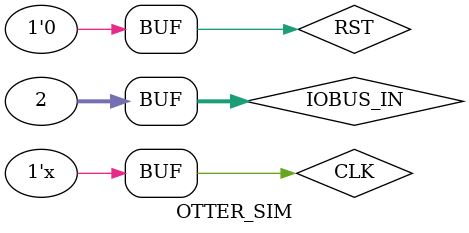
<source format=sv>
`timescale 1ns / 1ps


module OTTER_SIM();
    logic CLK;
    logic RST;
    logic IOBUS_WR;
    logic [31:0] IOBUS_IN;
    logic [31:0] IOBUS_OUT;
    logic [31:0] IOBUS_ADDR;
    
    OTTER_TOP UUT (
    .CLK(CLK),
    .RST(RST),
    .IOBUS_IN(IOBUS_IN),
    .IOBUS_WR(IOBUS_WR),
    .IOBUS_OUT(IOBUS_OUT),
    .IOBUS_ADDR(IOBUS_ADDR)
    );
    
    always begin
        #10 CLK = ~CLK;
    end
    
    always begin
    #60 RST = 1'b0;
        IOBUS_IN = 32'h2;
    end
    
    initial begin
        CLK = 1'b0;
    end
    
endmodule

</source>
